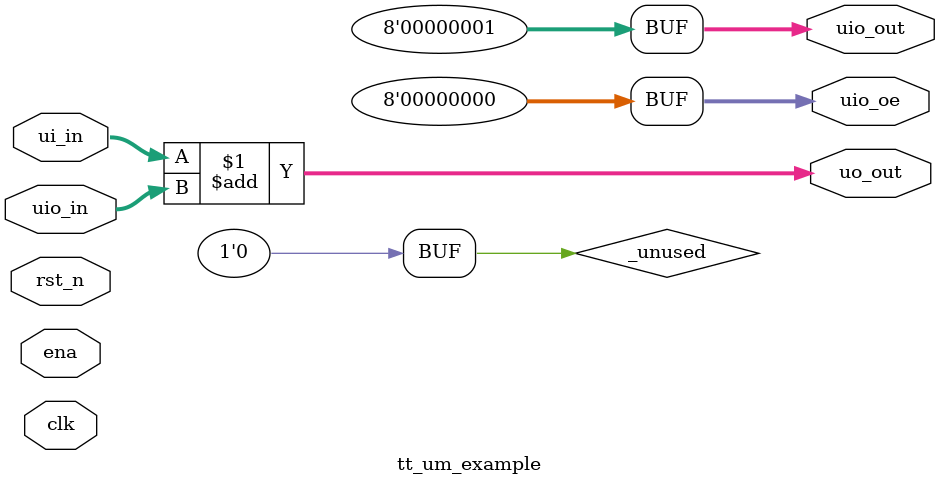
<source format=v>
/*
 * Copyright (c) 2024 Your Name
 * SPDX-License-Identifier: Apache-2.0
 */

`default_nettype none

module tt_um_example (
    input  wire [7:0] ui_in,    // Dedicated inputs
    output wire [7:0] uo_out,   // Dedicated outputs
    input  wire [7:0] uio_in,   // IOs: Input path
    output wire [7:0] uio_out,  // IOs: Output path
    output wire [7:0] uio_oe,   // IOs: Enable path (active high: 0=input, 1=output)
    input  wire       ena,      // always 1 when the design is powered, so you can ignore it
    input  wire       clk,      // clock
    input  wire       rst_n     // reset_n - low to reset
);

  // All output pins must be assigned. If not used, assign to 0.
  assign uo_out  = ui_in + uio_in;  // Example: ou_out is the sum of ui_in and uio_in
  assign uio_out = 1;
  assign uio_oe  = 0;

  // List all unused inputs to prevent warnings
  wire _unused = &{ena, clk, rst_n, 1'b0};

endmodule

</source>
